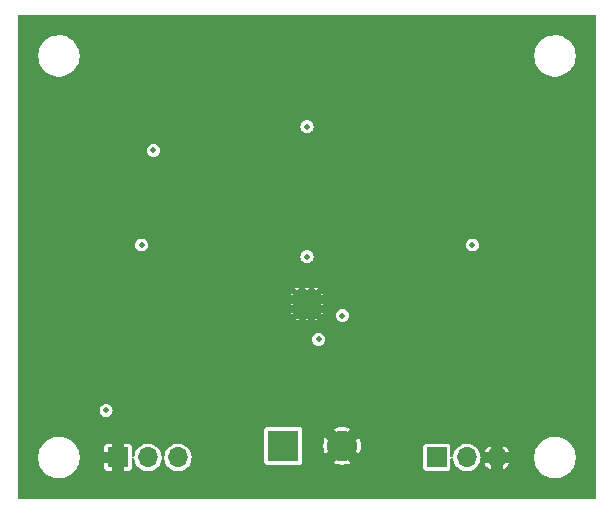
<source format=gbr>
%TF.GenerationSoftware,KiCad,Pcbnew,8.0.2*%
%TF.CreationDate,2025-01-11T01:17:19-03:00*%
%TF.ProjectId,LumiCom_Transmitter,4c756d69-436f-46d5-9f54-72616e736d69,rev?*%
%TF.SameCoordinates,Original*%
%TF.FileFunction,Copper,L2,Inr*%
%TF.FilePolarity,Positive*%
%FSLAX46Y46*%
G04 Gerber Fmt 4.6, Leading zero omitted, Abs format (unit mm)*
G04 Created by KiCad (PCBNEW 8.0.2) date 2025-01-11 01:17:19*
%MOMM*%
%LPD*%
G01*
G04 APERTURE LIST*
%TA.AperFunction,ComponentPad*%
%ADD10R,1.700000X1.700000*%
%TD*%
%TA.AperFunction,ComponentPad*%
%ADD11O,1.700000X1.700000*%
%TD*%
%TA.AperFunction,HeatsinkPad*%
%ADD12C,0.500000*%
%TD*%
%TA.AperFunction,ComponentPad*%
%ADD13R,2.600000X2.600000*%
%TD*%
%TA.AperFunction,ComponentPad*%
%ADD14C,2.600000*%
%TD*%
%TA.AperFunction,ViaPad*%
%ADD15C,0.500000*%
%TD*%
%TA.AperFunction,ViaPad*%
%ADD16C,0.800000*%
%TD*%
G04 APERTURE END LIST*
D10*
%TO.N,VCC*%
%TO.C,JP_A1*%
X136000000Y-88000000D03*
D11*
%TO.N,Net-(JP_A1-C)*%
X138540000Y-88000000D03*
%TO.N,GND*%
X141080000Y-88000000D03*
%TD*%
D12*
%TO.N,GND*%
%TO.C,U1*%
X124200000Y-74200000D03*
X124200000Y-75000000D03*
X124200000Y-75800000D03*
X125000000Y-74200000D03*
X125000000Y-75000000D03*
X125000000Y-75800000D03*
X125800000Y-74200000D03*
X125800000Y-75000000D03*
X125800000Y-75800000D03*
%TD*%
D10*
%TO.N,GND*%
%TO.C,JP_A0*%
X109000000Y-88000000D03*
D11*
%TO.N,Net-(JP_A0-C)*%
X111540000Y-88000000D03*
%TO.N,VCC*%
X114080000Y-88000000D03*
%TD*%
D13*
%TO.N,Net-(J1-Pin_1)*%
%TO.C,J1*%
X123000000Y-87000000D03*
D14*
%TO.N,GND*%
X128000000Y-87000000D03*
%TD*%
D15*
%TO.N,GND*%
X129000000Y-77000000D03*
X129000000Y-79000000D03*
X123000000Y-78000000D03*
X127000000Y-78000000D03*
X126000000Y-79000000D03*
X122000000Y-82000000D03*
X128000000Y-78000000D03*
X121000000Y-79000000D03*
X121000000Y-77000000D03*
X119000000Y-81000000D03*
X119000000Y-78000000D03*
D16*
X106000000Y-78000000D03*
D15*
X121000000Y-82000000D03*
X120000000Y-78000000D03*
X120000000Y-81000000D03*
X124000000Y-81000000D03*
X120000000Y-82000000D03*
X120000000Y-80000000D03*
X111000000Y-80000000D03*
X115000000Y-84000000D03*
X123000000Y-79000000D03*
X123000000Y-77000000D03*
X125000000Y-78000000D03*
X120000000Y-77000000D03*
X119000000Y-79000000D03*
X128000000Y-79000000D03*
X124000000Y-79000000D03*
X128000000Y-81000000D03*
X122000000Y-77000000D03*
X123000000Y-81000000D03*
X131000000Y-78000000D03*
X126000000Y-80000000D03*
X119000000Y-80000000D03*
X130000000Y-80000000D03*
X131000000Y-79000000D03*
X122000000Y-78000000D03*
X124000000Y-80000000D03*
X135000000Y-84000000D03*
X131000000Y-82000000D03*
X129000000Y-78000000D03*
X114000000Y-67000000D03*
X123000000Y-80000000D03*
X130000000Y-79000000D03*
D16*
X132000000Y-56000000D03*
X118000000Y-56000000D03*
D15*
X119000000Y-82000000D03*
X122000000Y-80000000D03*
X136000000Y-67000000D03*
X127000000Y-79000000D03*
X125000000Y-65000000D03*
X129000000Y-82000000D03*
X122000000Y-79000000D03*
D16*
X112000000Y-56000000D03*
D15*
X129000000Y-81000000D03*
X119000000Y-77000000D03*
X128000000Y-77000000D03*
X128000000Y-80000000D03*
X120000000Y-79000000D03*
X126000000Y-81000000D03*
X121000000Y-80000000D03*
X139000000Y-80000000D03*
X121000000Y-78000000D03*
X122000000Y-81000000D03*
X130000000Y-81000000D03*
X127000000Y-81000000D03*
D16*
X144000000Y-78000000D03*
D15*
X128000000Y-82000000D03*
D16*
X144000000Y-72000000D03*
D15*
X131000000Y-80000000D03*
X124000000Y-78000000D03*
D16*
X106000000Y-72000000D03*
D15*
X131000000Y-81000000D03*
X130000000Y-77000000D03*
X129000000Y-80000000D03*
X123000000Y-82000000D03*
D16*
X138000000Y-56000000D03*
D15*
X130000000Y-82000000D03*
X127000000Y-82000000D03*
X103000000Y-62000000D03*
X127000000Y-80000000D03*
X130000000Y-78000000D03*
X131000000Y-77000000D03*
X121000000Y-81000000D03*
%TO.N,VCC*%
X125000000Y-60000000D03*
X112000000Y-62000000D03*
X111000000Y-70000000D03*
X125000000Y-71000000D03*
X108000000Y-84000000D03*
X139000000Y-70000000D03*
%TO.N,Net-(JP_A0-C)*%
X126000000Y-78000000D03*
%TO.N,Net-(JP_A1-C)*%
X128000000Y-76000000D03*
%TD*%
%TA.AperFunction,Conductor*%
%TO.N,GND*%
G36*
X149443039Y-50519685D02*
G01*
X149488794Y-50572489D01*
X149500000Y-50624000D01*
X149500000Y-91376000D01*
X149480315Y-91443039D01*
X149427511Y-91488794D01*
X149376000Y-91500000D01*
X100624000Y-91500000D01*
X100556961Y-91480315D01*
X100511206Y-91427511D01*
X100500000Y-91376000D01*
X100500000Y-87885258D01*
X102249500Y-87885258D01*
X102249500Y-88114741D01*
X102259803Y-88192993D01*
X102279452Y-88342238D01*
X102335712Y-88552205D01*
X102338842Y-88563887D01*
X102426650Y-88775876D01*
X102426657Y-88775890D01*
X102541392Y-88974617D01*
X102681081Y-89156661D01*
X102681089Y-89156670D01*
X102843330Y-89318911D01*
X102843338Y-89318918D01*
X103025382Y-89458607D01*
X103025385Y-89458608D01*
X103025388Y-89458611D01*
X103224112Y-89573344D01*
X103224117Y-89573346D01*
X103224123Y-89573349D01*
X103315480Y-89611190D01*
X103436113Y-89661158D01*
X103657762Y-89720548D01*
X103885266Y-89750500D01*
X103885273Y-89750500D01*
X104114727Y-89750500D01*
X104114734Y-89750500D01*
X104342238Y-89720548D01*
X104563887Y-89661158D01*
X104775888Y-89573344D01*
X104974612Y-89458611D01*
X105156661Y-89318919D01*
X105156665Y-89318914D01*
X105156670Y-89318911D01*
X105318911Y-89156670D01*
X105318914Y-89156665D01*
X105318919Y-89156661D01*
X105458611Y-88974612D01*
X105504699Y-88894785D01*
X107850001Y-88894785D01*
X107850002Y-88894808D01*
X107852908Y-88919869D01*
X107852909Y-88919873D01*
X107898211Y-89022474D01*
X107898214Y-89022479D01*
X107977520Y-89101785D01*
X107977525Y-89101788D01*
X108080123Y-89147089D01*
X108105206Y-89149999D01*
X108499999Y-89149999D01*
X108500000Y-89149998D01*
X108500000Y-88500000D01*
X107850001Y-88500000D01*
X107850001Y-88894785D01*
X105504699Y-88894785D01*
X105573344Y-88775888D01*
X105661158Y-88563887D01*
X105720548Y-88342238D01*
X105750500Y-88114734D01*
X105750500Y-87934174D01*
X108500000Y-87934174D01*
X108500000Y-88065826D01*
X108534075Y-88192993D01*
X108599901Y-88307007D01*
X108692993Y-88400099D01*
X108807007Y-88465925D01*
X108934174Y-88500000D01*
X109065826Y-88500000D01*
X109192993Y-88465925D01*
X109307007Y-88400099D01*
X109400099Y-88307007D01*
X109465925Y-88192993D01*
X109500000Y-88065826D01*
X109500000Y-89149999D01*
X109894786Y-89149999D01*
X109894808Y-89149997D01*
X109919869Y-89147091D01*
X109919873Y-89147090D01*
X110022474Y-89101788D01*
X110022479Y-89101785D01*
X110101785Y-89022479D01*
X110101788Y-89022474D01*
X110147089Y-88919877D01*
X110147089Y-88919875D01*
X110149999Y-88894794D01*
X110149999Y-88150653D01*
X110169683Y-88083614D01*
X110222487Y-88037859D01*
X110291646Y-88027915D01*
X110355202Y-88056940D01*
X110392976Y-88115718D01*
X110397470Y-88139211D01*
X110402454Y-88192993D01*
X110404244Y-88212310D01*
X110457675Y-88400099D01*
X110462596Y-88417392D01*
X110462596Y-88417394D01*
X110557632Y-88608253D01*
X110684227Y-88775890D01*
X110686128Y-88778407D01*
X110843698Y-88922052D01*
X111024981Y-89034298D01*
X111223802Y-89111321D01*
X111433390Y-89150500D01*
X111433392Y-89150500D01*
X111646608Y-89150500D01*
X111646610Y-89150500D01*
X111856198Y-89111321D01*
X112055019Y-89034298D01*
X112236302Y-88922052D01*
X112393872Y-88778407D01*
X112522366Y-88608255D01*
X112524013Y-88604947D01*
X112617403Y-88417394D01*
X112617403Y-88417393D01*
X112617405Y-88417389D01*
X112675756Y-88212310D01*
X112686529Y-88096047D01*
X112712315Y-88031111D01*
X112754622Y-88000804D01*
X112863130Y-88000804D01*
X112899503Y-88021668D01*
X112931693Y-88083681D01*
X112933470Y-88096047D01*
X112944244Y-88212310D01*
X112997675Y-88400099D01*
X113002596Y-88417392D01*
X113002596Y-88417394D01*
X113097632Y-88608253D01*
X113224227Y-88775890D01*
X113226128Y-88778407D01*
X113383698Y-88922052D01*
X113564981Y-89034298D01*
X113763802Y-89111321D01*
X113973390Y-89150500D01*
X113973392Y-89150500D01*
X114186608Y-89150500D01*
X114186610Y-89150500D01*
X114396198Y-89111321D01*
X114595019Y-89034298D01*
X114776302Y-88922052D01*
X114933872Y-88778407D01*
X115062366Y-88608255D01*
X115064013Y-88604947D01*
X115157403Y-88417394D01*
X115157403Y-88417393D01*
X115157405Y-88417389D01*
X115215756Y-88212310D01*
X115235429Y-88000000D01*
X115215756Y-87787690D01*
X115157405Y-87582611D01*
X115157403Y-87582606D01*
X115157403Y-87582605D01*
X115062367Y-87391746D01*
X114933872Y-87221593D01*
X114898775Y-87189598D01*
X114776302Y-87077948D01*
X114595019Y-86965702D01*
X114595017Y-86965701D01*
X114495608Y-86927190D01*
X114396198Y-86888679D01*
X114186610Y-86849500D01*
X113973390Y-86849500D01*
X113763802Y-86888679D01*
X113763799Y-86888679D01*
X113763799Y-86888680D01*
X113564982Y-86965701D01*
X113564980Y-86965702D01*
X113383699Y-87077947D01*
X113226127Y-87221593D01*
X113097632Y-87391746D01*
X113002596Y-87582605D01*
X113002596Y-87582607D01*
X112944244Y-87787689D01*
X112933471Y-87903951D01*
X112907685Y-87968888D01*
X112863130Y-88000804D01*
X112754622Y-88000804D01*
X112756869Y-87999194D01*
X112720497Y-87978331D01*
X112688307Y-87916318D01*
X112686529Y-87903951D01*
X112684798Y-87885272D01*
X112675756Y-87787690D01*
X112617405Y-87582611D01*
X112617403Y-87582606D01*
X112617403Y-87582605D01*
X112522367Y-87391746D01*
X112393872Y-87221593D01*
X112358775Y-87189598D01*
X112236302Y-87077948D01*
X112055019Y-86965702D01*
X112055017Y-86965701D01*
X111955608Y-86927190D01*
X111856198Y-86888679D01*
X111646610Y-86849500D01*
X111433390Y-86849500D01*
X111223802Y-86888679D01*
X111223799Y-86888679D01*
X111223799Y-86888680D01*
X111024982Y-86965701D01*
X111024980Y-86965702D01*
X110843699Y-87077947D01*
X110686127Y-87221593D01*
X110557632Y-87391746D01*
X110462596Y-87582605D01*
X110462596Y-87582607D01*
X110404244Y-87787689D01*
X110397470Y-87860790D01*
X110371683Y-87925727D01*
X110314883Y-87966414D01*
X110245102Y-87969934D01*
X110184496Y-87935168D01*
X110152306Y-87873155D01*
X110149999Y-87849348D01*
X110149999Y-87105214D01*
X110149997Y-87105191D01*
X110147091Y-87080130D01*
X110147090Y-87080126D01*
X110101788Y-86977525D01*
X110101785Y-86977520D01*
X110022479Y-86898214D01*
X110022474Y-86898211D01*
X109919876Y-86852910D01*
X109894794Y-86850000D01*
X109500000Y-86850000D01*
X109500000Y-87934174D01*
X109465925Y-87807007D01*
X109400099Y-87692993D01*
X109307007Y-87599901D01*
X109192993Y-87534075D01*
X109065826Y-87500000D01*
X108934174Y-87500000D01*
X108807007Y-87534075D01*
X108692993Y-87599901D01*
X108599901Y-87692993D01*
X108534075Y-87807007D01*
X108500000Y-87934174D01*
X105750500Y-87934174D01*
X105750500Y-87885266D01*
X105720548Y-87657762D01*
X105661158Y-87436113D01*
X105608046Y-87307890D01*
X105573349Y-87224123D01*
X105573346Y-87224117D01*
X105573344Y-87224112D01*
X105504693Y-87105205D01*
X107850000Y-87105205D01*
X107850000Y-87500000D01*
X108500000Y-87500000D01*
X108500000Y-86850000D01*
X108105214Y-86850000D01*
X108105191Y-86850002D01*
X108080130Y-86852908D01*
X108080126Y-86852909D01*
X107977525Y-86898211D01*
X107977520Y-86898214D01*
X107898214Y-86977520D01*
X107898211Y-86977525D01*
X107852910Y-87080122D01*
X107852910Y-87080124D01*
X107850000Y-87105205D01*
X105504693Y-87105205D01*
X105458611Y-87025388D01*
X105458608Y-87025385D01*
X105458607Y-87025382D01*
X105326262Y-86852909D01*
X105318919Y-86843339D01*
X105318918Y-86843338D01*
X105318911Y-86843330D01*
X105156670Y-86681089D01*
X105156661Y-86681081D01*
X104974617Y-86541392D01*
X104775890Y-86426657D01*
X104775876Y-86426650D01*
X104563887Y-86338842D01*
X104342238Y-86279452D01*
X104304215Y-86274446D01*
X104114741Y-86249500D01*
X104114734Y-86249500D01*
X103885266Y-86249500D01*
X103885258Y-86249500D01*
X103668715Y-86278009D01*
X103657762Y-86279452D01*
X103607599Y-86292893D01*
X103436112Y-86338842D01*
X103224123Y-86426650D01*
X103224109Y-86426657D01*
X103025382Y-86541392D01*
X102843338Y-86681081D01*
X102681081Y-86843338D01*
X102541392Y-87025382D01*
X102426657Y-87224109D01*
X102426650Y-87224123D01*
X102347856Y-87414351D01*
X102338842Y-87436113D01*
X102299590Y-87582607D01*
X102279453Y-87657759D01*
X102279451Y-87657770D01*
X102249500Y-87885258D01*
X100500000Y-87885258D01*
X100500000Y-85655131D01*
X121399500Y-85655131D01*
X121399500Y-88344856D01*
X121399502Y-88344882D01*
X121402413Y-88369987D01*
X121402415Y-88369991D01*
X121447793Y-88472764D01*
X121447794Y-88472765D01*
X121527235Y-88552206D01*
X121630009Y-88597585D01*
X121655135Y-88600500D01*
X124344864Y-88600499D01*
X124344879Y-88600497D01*
X124344882Y-88600497D01*
X124369987Y-88597586D01*
X124369988Y-88597585D01*
X124369991Y-88597585D01*
X124472765Y-88552206D01*
X124552206Y-88472765D01*
X124570341Y-88431693D01*
X127275411Y-88431693D01*
X127504044Y-88526396D01*
X127748927Y-88585187D01*
X128000000Y-88604947D01*
X128251072Y-88585187D01*
X128495956Y-88526396D01*
X128724587Y-88431693D01*
X128000000Y-87707107D01*
X127275411Y-88431693D01*
X124570341Y-88431693D01*
X124597585Y-88369991D01*
X124600500Y-88344865D01*
X124600499Y-87000000D01*
X126395052Y-87000000D01*
X126414812Y-87251072D01*
X126473604Y-87495957D01*
X126473604Y-87495959D01*
X126568304Y-87724586D01*
X127292893Y-87000000D01*
X127228874Y-86935981D01*
X127350000Y-86935981D01*
X127350000Y-87064019D01*
X127374979Y-87189598D01*
X127423978Y-87307890D01*
X127495112Y-87414351D01*
X127585649Y-87504888D01*
X127692110Y-87576022D01*
X127810402Y-87625021D01*
X127935981Y-87650000D01*
X128064019Y-87650000D01*
X128189598Y-87625021D01*
X128307890Y-87576022D01*
X128414351Y-87504888D01*
X128504888Y-87414351D01*
X128576022Y-87307890D01*
X128625021Y-87189598D01*
X128650000Y-87064019D01*
X128650000Y-86999999D01*
X128707107Y-86999999D01*
X128707107Y-87000001D01*
X129431693Y-87724587D01*
X129526396Y-87495956D01*
X129585187Y-87251072D01*
X129596673Y-87105131D01*
X134849500Y-87105131D01*
X134849500Y-88894856D01*
X134849502Y-88894882D01*
X134852413Y-88919987D01*
X134852415Y-88919991D01*
X134897793Y-89022764D01*
X134897794Y-89022765D01*
X134977235Y-89102206D01*
X135080009Y-89147585D01*
X135105135Y-89150500D01*
X136894864Y-89150499D01*
X136894879Y-89150497D01*
X136894882Y-89150497D01*
X136919987Y-89147586D01*
X136919988Y-89147585D01*
X136919991Y-89147585D01*
X137022765Y-89102206D01*
X137102206Y-89022765D01*
X137147585Y-88919991D01*
X137150500Y-88894865D01*
X137150499Y-88156046D01*
X137170183Y-88089009D01*
X137222987Y-88043254D01*
X137292146Y-88033310D01*
X137355702Y-88062335D01*
X137393476Y-88121113D01*
X137397970Y-88144606D01*
X137402454Y-88192993D01*
X137404244Y-88212310D01*
X137457675Y-88400099D01*
X137462596Y-88417392D01*
X137462596Y-88417394D01*
X137557632Y-88608253D01*
X137684227Y-88775890D01*
X137686128Y-88778407D01*
X137843698Y-88922052D01*
X138024981Y-89034298D01*
X138223802Y-89111321D01*
X138433390Y-89150500D01*
X138433392Y-89150500D01*
X138646608Y-89150500D01*
X138646610Y-89150500D01*
X138856198Y-89111321D01*
X139055019Y-89034298D01*
X139236302Y-88922052D01*
X139393872Y-88778407D01*
X139522366Y-88608255D01*
X139524013Y-88604947D01*
X139576270Y-88500000D01*
X140044288Y-88500000D01*
X140098059Y-88607989D01*
X140226500Y-88778071D01*
X140384000Y-88921651D01*
X140384002Y-88921653D01*
X140565202Y-89033847D01*
X140565204Y-89033848D01*
X140580000Y-89039579D01*
X140580000Y-89039578D01*
X141580000Y-89039578D01*
X141594795Y-89033848D01*
X141594797Y-89033847D01*
X141775997Y-88921653D01*
X141775999Y-88921651D01*
X141933499Y-88778071D01*
X142061940Y-88607989D01*
X142115712Y-88500000D01*
X141580000Y-88500000D01*
X141580000Y-89039578D01*
X140580000Y-89039578D01*
X140580000Y-88500000D01*
X140044288Y-88500000D01*
X139576270Y-88500000D01*
X139617403Y-88417394D01*
X139617403Y-88417393D01*
X139617405Y-88417389D01*
X139675756Y-88212310D01*
X139695429Y-88000000D01*
X139689329Y-87934174D01*
X140580000Y-87934174D01*
X140580000Y-88065826D01*
X140614075Y-88192993D01*
X140679901Y-88307007D01*
X140772993Y-88400099D01*
X140887007Y-88465925D01*
X141014174Y-88500000D01*
X141145826Y-88500000D01*
X141272993Y-88465925D01*
X141387007Y-88400099D01*
X141480099Y-88307007D01*
X141545925Y-88192993D01*
X141580000Y-88065826D01*
X141580000Y-87934174D01*
X141566893Y-87885258D01*
X144249500Y-87885258D01*
X144249500Y-88114741D01*
X144259803Y-88192993D01*
X144279452Y-88342238D01*
X144335712Y-88552205D01*
X144338842Y-88563887D01*
X144426650Y-88775876D01*
X144426657Y-88775890D01*
X144541392Y-88974617D01*
X144681081Y-89156661D01*
X144681089Y-89156670D01*
X144843330Y-89318911D01*
X144843338Y-89318918D01*
X145025382Y-89458607D01*
X145025385Y-89458608D01*
X145025388Y-89458611D01*
X145224112Y-89573344D01*
X145224117Y-89573346D01*
X145224123Y-89573349D01*
X145315480Y-89611190D01*
X145436113Y-89661158D01*
X145657762Y-89720548D01*
X145885266Y-89750500D01*
X145885273Y-89750500D01*
X146114727Y-89750500D01*
X146114734Y-89750500D01*
X146342238Y-89720548D01*
X146563887Y-89661158D01*
X146775888Y-89573344D01*
X146974612Y-89458611D01*
X147156661Y-89318919D01*
X147156665Y-89318914D01*
X147156670Y-89318911D01*
X147318911Y-89156670D01*
X147318914Y-89156665D01*
X147318919Y-89156661D01*
X147458611Y-88974612D01*
X147573344Y-88775888D01*
X147661158Y-88563887D01*
X147720548Y-88342238D01*
X147750500Y-88114734D01*
X147750500Y-87885266D01*
X147720548Y-87657762D01*
X147661158Y-87436113D01*
X147608046Y-87307890D01*
X147573349Y-87224123D01*
X147573346Y-87224117D01*
X147573344Y-87224112D01*
X147458611Y-87025388D01*
X147458608Y-87025385D01*
X147458607Y-87025382D01*
X147326262Y-86852909D01*
X147318919Y-86843339D01*
X147318918Y-86843338D01*
X147318911Y-86843330D01*
X147156670Y-86681089D01*
X147156661Y-86681081D01*
X146974617Y-86541392D01*
X146775890Y-86426657D01*
X146775876Y-86426650D01*
X146563887Y-86338842D01*
X146342238Y-86279452D01*
X146304215Y-86274446D01*
X146114741Y-86249500D01*
X146114734Y-86249500D01*
X145885266Y-86249500D01*
X145885258Y-86249500D01*
X145668715Y-86278009D01*
X145657762Y-86279452D01*
X145607599Y-86292893D01*
X145436112Y-86338842D01*
X145224123Y-86426650D01*
X145224109Y-86426657D01*
X145025382Y-86541392D01*
X144843338Y-86681081D01*
X144681081Y-86843338D01*
X144541392Y-87025382D01*
X144426657Y-87224109D01*
X144426650Y-87224123D01*
X144347856Y-87414351D01*
X144338842Y-87436113D01*
X144299590Y-87582607D01*
X144279453Y-87657759D01*
X144279451Y-87657770D01*
X144249500Y-87885258D01*
X141566893Y-87885258D01*
X141545925Y-87807007D01*
X141480099Y-87692993D01*
X141387007Y-87599901D01*
X141272993Y-87534075D01*
X141145826Y-87500000D01*
X141580000Y-87500000D01*
X142115712Y-87500000D01*
X142115712Y-87499999D01*
X142061940Y-87392010D01*
X141933499Y-87221928D01*
X141775999Y-87078348D01*
X141775997Y-87078346D01*
X141594801Y-86966155D01*
X141594793Y-86966151D01*
X141580000Y-86960419D01*
X141580000Y-87500000D01*
X141145826Y-87500000D01*
X141014174Y-87500000D01*
X140887007Y-87534075D01*
X140772993Y-87599901D01*
X140679901Y-87692993D01*
X140614075Y-87807007D01*
X140580000Y-87934174D01*
X139689329Y-87934174D01*
X139675756Y-87787690D01*
X139617405Y-87582611D01*
X139617403Y-87582606D01*
X139617403Y-87582605D01*
X139576270Y-87499999D01*
X140044287Y-87499999D01*
X140044288Y-87500000D01*
X140580000Y-87500000D01*
X140580000Y-86960420D01*
X140579999Y-86960419D01*
X140565206Y-86966151D01*
X140565198Y-86966155D01*
X140384002Y-87078346D01*
X140384000Y-87078348D01*
X140226500Y-87221928D01*
X140098059Y-87392010D01*
X140044287Y-87499999D01*
X139576270Y-87499999D01*
X139522367Y-87391746D01*
X139393872Y-87221593D01*
X139358775Y-87189598D01*
X139236302Y-87077948D01*
X139055019Y-86965702D01*
X139055017Y-86965701D01*
X138955608Y-86927190D01*
X138856198Y-86888679D01*
X138646610Y-86849500D01*
X138433390Y-86849500D01*
X138223802Y-86888679D01*
X138223799Y-86888679D01*
X138223799Y-86888680D01*
X138024982Y-86965701D01*
X138024980Y-86965702D01*
X137843699Y-87077947D01*
X137686127Y-87221593D01*
X137557632Y-87391746D01*
X137462596Y-87582605D01*
X137462596Y-87582607D01*
X137404244Y-87787689D01*
X137397970Y-87855394D01*
X137372183Y-87920331D01*
X137315383Y-87961018D01*
X137245602Y-87964538D01*
X137184995Y-87929772D01*
X137152806Y-87867759D01*
X137150499Y-87843952D01*
X137150499Y-87105143D01*
X137150499Y-87105136D01*
X137150497Y-87105117D01*
X137147586Y-87080012D01*
X137147585Y-87080010D01*
X137147585Y-87080009D01*
X137102206Y-86977235D01*
X137022765Y-86897794D01*
X137002124Y-86888680D01*
X136919992Y-86852415D01*
X136894865Y-86849500D01*
X135105143Y-86849500D01*
X135105117Y-86849502D01*
X135080012Y-86852413D01*
X135080008Y-86852415D01*
X134977235Y-86897793D01*
X134897794Y-86977234D01*
X134852415Y-87080006D01*
X134852415Y-87080008D01*
X134849500Y-87105131D01*
X129596673Y-87105131D01*
X129604947Y-87000000D01*
X129585187Y-86748927D01*
X129526396Y-86504044D01*
X129431693Y-86275411D01*
X128707107Y-86999999D01*
X128650000Y-86999999D01*
X128650000Y-86935981D01*
X128625021Y-86810402D01*
X128576022Y-86692110D01*
X128504888Y-86585649D01*
X128414351Y-86495112D01*
X128307890Y-86423978D01*
X128189598Y-86374979D01*
X128064019Y-86350000D01*
X127935981Y-86350000D01*
X127810402Y-86374979D01*
X127692110Y-86423978D01*
X127585649Y-86495112D01*
X127495112Y-86585649D01*
X127423978Y-86692110D01*
X127374979Y-86810402D01*
X127350000Y-86935981D01*
X127228874Y-86935981D01*
X126568304Y-86275411D01*
X126473604Y-86504040D01*
X126473604Y-86504042D01*
X126414812Y-86748927D01*
X126395052Y-87000000D01*
X124600499Y-87000000D01*
X124600499Y-85655136D01*
X124600497Y-85655117D01*
X124597586Y-85630012D01*
X124597585Y-85630010D01*
X124597585Y-85630009D01*
X124570340Y-85568304D01*
X127275411Y-85568304D01*
X128000000Y-86292893D01*
X128000001Y-86292893D01*
X128724587Y-85568304D01*
X128495958Y-85473604D01*
X128251072Y-85414812D01*
X128000000Y-85395052D01*
X127748927Y-85414812D01*
X127504042Y-85473604D01*
X127504040Y-85473604D01*
X127275411Y-85568304D01*
X124570340Y-85568304D01*
X124552206Y-85527235D01*
X124472765Y-85447794D01*
X124398068Y-85414812D01*
X124369992Y-85402415D01*
X124344865Y-85399500D01*
X121655143Y-85399500D01*
X121655117Y-85399502D01*
X121630012Y-85402413D01*
X121630008Y-85402415D01*
X121527235Y-85447793D01*
X121447794Y-85527234D01*
X121402415Y-85630006D01*
X121402415Y-85630008D01*
X121399500Y-85655131D01*
X100500000Y-85655131D01*
X100500000Y-83999999D01*
X107444750Y-83999999D01*
X107444750Y-84000000D01*
X107463670Y-84143708D01*
X107463671Y-84143712D01*
X107519137Y-84277622D01*
X107519138Y-84277624D01*
X107519139Y-84277625D01*
X107607379Y-84392621D01*
X107722375Y-84480861D01*
X107856291Y-84536330D01*
X107983280Y-84553048D01*
X107999999Y-84555250D01*
X108000000Y-84555250D01*
X108000001Y-84555250D01*
X108014977Y-84553278D01*
X108143709Y-84536330D01*
X108277625Y-84480861D01*
X108392621Y-84392621D01*
X108480861Y-84277625D01*
X108536330Y-84143709D01*
X108555250Y-84000000D01*
X108536330Y-83856291D01*
X108480861Y-83722375D01*
X108392621Y-83607379D01*
X108277625Y-83519139D01*
X108277624Y-83519138D01*
X108277622Y-83519137D01*
X108143712Y-83463671D01*
X108143710Y-83463670D01*
X108143709Y-83463670D01*
X108071854Y-83454210D01*
X108000001Y-83444750D01*
X107999999Y-83444750D01*
X107856291Y-83463670D01*
X107856287Y-83463671D01*
X107722377Y-83519137D01*
X107607379Y-83607379D01*
X107519137Y-83722377D01*
X107463671Y-83856287D01*
X107463670Y-83856291D01*
X107444750Y-83999999D01*
X100500000Y-83999999D01*
X100500000Y-77999999D01*
X125444750Y-77999999D01*
X125444750Y-78000000D01*
X125463670Y-78143708D01*
X125463671Y-78143712D01*
X125519137Y-78277622D01*
X125519138Y-78277624D01*
X125519139Y-78277625D01*
X125607379Y-78392621D01*
X125722375Y-78480861D01*
X125856291Y-78536330D01*
X125983280Y-78553048D01*
X125999999Y-78555250D01*
X126000000Y-78555250D01*
X126000001Y-78555250D01*
X126014977Y-78553278D01*
X126143709Y-78536330D01*
X126277625Y-78480861D01*
X126392621Y-78392621D01*
X126480861Y-78277625D01*
X126536330Y-78143709D01*
X126555250Y-78000000D01*
X126536330Y-77856291D01*
X126480861Y-77722375D01*
X126392621Y-77607379D01*
X126277625Y-77519139D01*
X126277624Y-77519138D01*
X126277622Y-77519137D01*
X126143712Y-77463671D01*
X126143710Y-77463670D01*
X126143709Y-77463670D01*
X126071854Y-77454210D01*
X126000001Y-77444750D01*
X125999999Y-77444750D01*
X125856291Y-77463670D01*
X125856287Y-77463671D01*
X125722377Y-77519137D01*
X125607379Y-77607379D01*
X125519137Y-77722377D01*
X125463671Y-77856287D01*
X125463670Y-77856291D01*
X125444750Y-77999999D01*
X100500000Y-77999999D01*
X100500000Y-76324503D01*
X124029048Y-76324503D01*
X124029048Y-76324504D01*
X124056420Y-76335842D01*
X124199999Y-76354746D01*
X124200001Y-76354746D01*
X124343574Y-76335843D01*
X124343578Y-76335842D01*
X124370951Y-76324503D01*
X124829048Y-76324503D01*
X124829048Y-76324504D01*
X124856420Y-76335842D01*
X124999999Y-76354746D01*
X125000001Y-76354746D01*
X125143574Y-76335843D01*
X125143578Y-76335842D01*
X125170951Y-76324503D01*
X125629048Y-76324503D01*
X125629048Y-76324504D01*
X125656420Y-76335842D01*
X125799999Y-76354746D01*
X125800001Y-76354746D01*
X125943574Y-76335843D01*
X125943578Y-76335842D01*
X125970951Y-76324503D01*
X125800001Y-76153553D01*
X125629048Y-76324503D01*
X125170951Y-76324503D01*
X125000001Y-76153553D01*
X124829048Y-76324503D01*
X124370951Y-76324503D01*
X124200001Y-76153553D01*
X124029048Y-76324503D01*
X100500000Y-76324503D01*
X100500000Y-75999999D01*
X127444750Y-75999999D01*
X127444750Y-76000000D01*
X127463670Y-76143708D01*
X127463671Y-76143712D01*
X127519137Y-76277622D01*
X127519138Y-76277624D01*
X127519139Y-76277625D01*
X127607379Y-76392621D01*
X127722375Y-76480861D01*
X127856291Y-76536330D01*
X127983280Y-76553048D01*
X127999999Y-76555250D01*
X128000000Y-76555250D01*
X128000001Y-76555250D01*
X128014977Y-76553278D01*
X128143709Y-76536330D01*
X128277625Y-76480861D01*
X128392621Y-76392621D01*
X128480861Y-76277625D01*
X128536330Y-76143709D01*
X128555250Y-76000000D01*
X128536330Y-75856291D01*
X128480861Y-75722375D01*
X128392621Y-75607379D01*
X128277625Y-75519139D01*
X128277624Y-75519138D01*
X128277622Y-75519137D01*
X128143712Y-75463671D01*
X128143710Y-75463670D01*
X128143709Y-75463670D01*
X128071854Y-75454210D01*
X128000001Y-75444750D01*
X127999999Y-75444750D01*
X127856291Y-75463670D01*
X127856287Y-75463671D01*
X127722377Y-75519137D01*
X127607379Y-75607379D01*
X127519137Y-75722377D01*
X127463671Y-75856287D01*
X127463670Y-75856291D01*
X127444750Y-75999999D01*
X100500000Y-75999999D01*
X100500000Y-75799999D01*
X123645254Y-75799999D01*
X123645254Y-75800000D01*
X123664157Y-75943579D01*
X123664157Y-75943580D01*
X123675494Y-75970950D01*
X123846446Y-75799999D01*
X123816610Y-75770163D01*
X124050000Y-75770163D01*
X124050000Y-75829837D01*
X124072836Y-75884968D01*
X124115032Y-75927164D01*
X124170163Y-75950000D01*
X124229837Y-75950000D01*
X124284968Y-75927164D01*
X124327164Y-75884968D01*
X124350000Y-75829837D01*
X124350000Y-75800000D01*
X124553553Y-75800000D01*
X124600000Y-75846447D01*
X124646447Y-75800000D01*
X124616610Y-75770163D01*
X124850000Y-75770163D01*
X124850000Y-75829837D01*
X124872836Y-75884968D01*
X124915032Y-75927164D01*
X124970163Y-75950000D01*
X125029837Y-75950000D01*
X125084968Y-75927164D01*
X125127164Y-75884968D01*
X125150000Y-75829837D01*
X125150000Y-75800000D01*
X125353553Y-75800000D01*
X125400000Y-75846447D01*
X125446447Y-75800000D01*
X125416610Y-75770163D01*
X125650000Y-75770163D01*
X125650000Y-75829837D01*
X125672836Y-75884968D01*
X125715032Y-75927164D01*
X125770163Y-75950000D01*
X125829837Y-75950000D01*
X125884968Y-75927164D01*
X125927164Y-75884968D01*
X125950000Y-75829837D01*
X125950000Y-75800000D01*
X126153553Y-75800000D01*
X126153553Y-75800001D01*
X126324503Y-75970951D01*
X126335842Y-75943578D01*
X126335843Y-75943574D01*
X126354746Y-75800000D01*
X126354746Y-75799999D01*
X126335842Y-75656420D01*
X126324504Y-75629048D01*
X126324503Y-75629048D01*
X126153553Y-75800000D01*
X125950000Y-75800000D01*
X125950000Y-75770163D01*
X125927164Y-75715032D01*
X125884968Y-75672836D01*
X125829837Y-75650000D01*
X125770163Y-75650000D01*
X125715032Y-75672836D01*
X125672836Y-75715032D01*
X125650000Y-75770163D01*
X125416610Y-75770163D01*
X125400000Y-75753553D01*
X125353553Y-75800000D01*
X125150000Y-75800000D01*
X125150000Y-75770163D01*
X125127164Y-75715032D01*
X125084968Y-75672836D01*
X125029837Y-75650000D01*
X124970163Y-75650000D01*
X124915032Y-75672836D01*
X124872836Y-75715032D01*
X124850000Y-75770163D01*
X124616610Y-75770163D01*
X124600000Y-75753553D01*
X124553553Y-75800000D01*
X124350000Y-75800000D01*
X124350000Y-75770163D01*
X124327164Y-75715032D01*
X124284968Y-75672836D01*
X124229837Y-75650000D01*
X124170163Y-75650000D01*
X124115032Y-75672836D01*
X124072836Y-75715032D01*
X124050000Y-75770163D01*
X123816610Y-75770163D01*
X123675495Y-75629048D01*
X123664156Y-75656422D01*
X123645254Y-75799999D01*
X100500000Y-75799999D01*
X100500000Y-75400000D01*
X124153553Y-75400000D01*
X124200000Y-75446447D01*
X124246447Y-75400000D01*
X124953553Y-75400000D01*
X125000000Y-75446447D01*
X125046447Y-75400000D01*
X125753553Y-75400000D01*
X125800000Y-75446447D01*
X125846447Y-75400000D01*
X125800000Y-75353553D01*
X125753553Y-75400000D01*
X125046447Y-75400000D01*
X125000000Y-75353553D01*
X124953553Y-75400000D01*
X124246447Y-75400000D01*
X124200000Y-75353553D01*
X124153553Y-75400000D01*
X100500000Y-75400000D01*
X100500000Y-74999999D01*
X123645254Y-74999999D01*
X123645254Y-75000000D01*
X123664157Y-75143579D01*
X123664157Y-75143580D01*
X123675494Y-75170950D01*
X123846446Y-74999999D01*
X123816610Y-74970163D01*
X124050000Y-74970163D01*
X124050000Y-75029837D01*
X124072836Y-75084968D01*
X124115032Y-75127164D01*
X124170163Y-75150000D01*
X124229837Y-75150000D01*
X124284968Y-75127164D01*
X124327164Y-75084968D01*
X124350000Y-75029837D01*
X124350000Y-75000000D01*
X124553553Y-75000000D01*
X124600000Y-75046447D01*
X124646447Y-75000000D01*
X124616610Y-74970163D01*
X124850000Y-74970163D01*
X124850000Y-75029837D01*
X124872836Y-75084968D01*
X124915032Y-75127164D01*
X124970163Y-75150000D01*
X125029837Y-75150000D01*
X125084968Y-75127164D01*
X125127164Y-75084968D01*
X125150000Y-75029837D01*
X125150000Y-75000000D01*
X125353553Y-75000000D01*
X125400000Y-75046447D01*
X125446447Y-75000000D01*
X125416610Y-74970163D01*
X125650000Y-74970163D01*
X125650000Y-75029837D01*
X125672836Y-75084968D01*
X125715032Y-75127164D01*
X125770163Y-75150000D01*
X125829837Y-75150000D01*
X125884968Y-75127164D01*
X125927164Y-75084968D01*
X125950000Y-75029837D01*
X125950000Y-75000000D01*
X126153553Y-75000000D01*
X126153553Y-75000001D01*
X126324503Y-75170951D01*
X126335842Y-75143578D01*
X126335843Y-75143574D01*
X126354746Y-75000000D01*
X126354746Y-74999999D01*
X126335842Y-74856420D01*
X126324504Y-74829048D01*
X126324503Y-74829048D01*
X126153553Y-75000000D01*
X125950000Y-75000000D01*
X125950000Y-74970163D01*
X125927164Y-74915032D01*
X125884968Y-74872836D01*
X125829837Y-74850000D01*
X125770163Y-74850000D01*
X125715032Y-74872836D01*
X125672836Y-74915032D01*
X125650000Y-74970163D01*
X125416610Y-74970163D01*
X125400000Y-74953553D01*
X125353553Y-75000000D01*
X125150000Y-75000000D01*
X125150000Y-74970163D01*
X125127164Y-74915032D01*
X125084968Y-74872836D01*
X125029837Y-74850000D01*
X124970163Y-74850000D01*
X124915032Y-74872836D01*
X124872836Y-74915032D01*
X124850000Y-74970163D01*
X124616610Y-74970163D01*
X124600000Y-74953553D01*
X124553553Y-75000000D01*
X124350000Y-75000000D01*
X124350000Y-74970163D01*
X124327164Y-74915032D01*
X124284968Y-74872836D01*
X124229837Y-74850000D01*
X124170163Y-74850000D01*
X124115032Y-74872836D01*
X124072836Y-74915032D01*
X124050000Y-74970163D01*
X123816610Y-74970163D01*
X123675495Y-74829048D01*
X123664156Y-74856422D01*
X123645254Y-74999999D01*
X100500000Y-74999999D01*
X100500000Y-74600000D01*
X124153553Y-74600000D01*
X124200000Y-74646447D01*
X124246447Y-74600000D01*
X124953553Y-74600000D01*
X125000000Y-74646447D01*
X125046447Y-74600000D01*
X125753553Y-74600000D01*
X125800000Y-74646447D01*
X125846447Y-74600000D01*
X125800000Y-74553553D01*
X125753553Y-74600000D01*
X125046447Y-74600000D01*
X125000000Y-74553553D01*
X124953553Y-74600000D01*
X124246447Y-74600000D01*
X124200000Y-74553553D01*
X124153553Y-74600000D01*
X100500000Y-74600000D01*
X100500000Y-74199999D01*
X123645254Y-74199999D01*
X123645254Y-74200000D01*
X123664157Y-74343579D01*
X123664157Y-74343580D01*
X123675494Y-74370950D01*
X123846446Y-74199999D01*
X123816610Y-74170163D01*
X124050000Y-74170163D01*
X124050000Y-74229837D01*
X124072836Y-74284968D01*
X124115032Y-74327164D01*
X124170163Y-74350000D01*
X124229837Y-74350000D01*
X124284968Y-74327164D01*
X124327164Y-74284968D01*
X124350000Y-74229837D01*
X124350000Y-74200000D01*
X124553553Y-74200000D01*
X124600000Y-74246447D01*
X124646447Y-74200000D01*
X124616610Y-74170163D01*
X124850000Y-74170163D01*
X124850000Y-74229837D01*
X124872836Y-74284968D01*
X124915032Y-74327164D01*
X124970163Y-74350000D01*
X125029837Y-74350000D01*
X125084968Y-74327164D01*
X125127164Y-74284968D01*
X125150000Y-74229837D01*
X125150000Y-74200000D01*
X125353553Y-74200000D01*
X125400000Y-74246447D01*
X125446447Y-74200000D01*
X125416610Y-74170163D01*
X125650000Y-74170163D01*
X125650000Y-74229837D01*
X125672836Y-74284968D01*
X125715032Y-74327164D01*
X125770163Y-74350000D01*
X125829837Y-74350000D01*
X125884968Y-74327164D01*
X125927164Y-74284968D01*
X125950000Y-74229837D01*
X125950000Y-74200000D01*
X126153553Y-74200000D01*
X126153553Y-74200001D01*
X126324503Y-74370951D01*
X126335842Y-74343578D01*
X126335843Y-74343574D01*
X126354746Y-74200000D01*
X126354746Y-74199999D01*
X126335842Y-74056420D01*
X126324504Y-74029048D01*
X126324503Y-74029048D01*
X126153553Y-74200000D01*
X125950000Y-74200000D01*
X125950000Y-74170163D01*
X125927164Y-74115032D01*
X125884968Y-74072836D01*
X125829837Y-74050000D01*
X125770163Y-74050000D01*
X125715032Y-74072836D01*
X125672836Y-74115032D01*
X125650000Y-74170163D01*
X125416610Y-74170163D01*
X125400000Y-74153553D01*
X125353553Y-74200000D01*
X125150000Y-74200000D01*
X125150000Y-74170163D01*
X125127164Y-74115032D01*
X125084968Y-74072836D01*
X125029837Y-74050000D01*
X124970163Y-74050000D01*
X124915032Y-74072836D01*
X124872836Y-74115032D01*
X124850000Y-74170163D01*
X124616610Y-74170163D01*
X124600000Y-74153553D01*
X124553553Y-74200000D01*
X124350000Y-74200000D01*
X124350000Y-74170163D01*
X124327164Y-74115032D01*
X124284968Y-74072836D01*
X124229837Y-74050000D01*
X124170163Y-74050000D01*
X124115032Y-74072836D01*
X124072836Y-74115032D01*
X124050000Y-74170163D01*
X123816610Y-74170163D01*
X123675495Y-74029048D01*
X123664156Y-74056422D01*
X123645254Y-74199999D01*
X100500000Y-74199999D01*
X100500000Y-73675495D01*
X124029048Y-73675495D01*
X124199999Y-73846446D01*
X124370949Y-73675495D01*
X124829048Y-73675495D01*
X124999999Y-73846446D01*
X125170949Y-73675495D01*
X125629048Y-73675495D01*
X125799999Y-73846446D01*
X125970950Y-73675494D01*
X125943579Y-73664157D01*
X125800001Y-73645254D01*
X125799999Y-73645254D01*
X125656422Y-73664156D01*
X125629048Y-73675495D01*
X125170949Y-73675495D01*
X125170950Y-73675494D01*
X125143579Y-73664157D01*
X125000001Y-73645254D01*
X124999999Y-73645254D01*
X124856422Y-73664156D01*
X124829048Y-73675495D01*
X124370949Y-73675495D01*
X124370950Y-73675494D01*
X124343579Y-73664157D01*
X124200001Y-73645254D01*
X124199999Y-73645254D01*
X124056422Y-73664156D01*
X124029048Y-73675495D01*
X100500000Y-73675495D01*
X100500000Y-70999999D01*
X124444750Y-70999999D01*
X124444750Y-71000000D01*
X124463670Y-71143708D01*
X124463671Y-71143712D01*
X124519137Y-71277622D01*
X124519138Y-71277624D01*
X124519139Y-71277625D01*
X124607379Y-71392621D01*
X124722375Y-71480861D01*
X124856291Y-71536330D01*
X124983280Y-71553048D01*
X124999999Y-71555250D01*
X125000000Y-71555250D01*
X125000001Y-71555250D01*
X125014977Y-71553278D01*
X125143709Y-71536330D01*
X125277625Y-71480861D01*
X125392621Y-71392621D01*
X125480861Y-71277625D01*
X125536330Y-71143709D01*
X125555250Y-71000000D01*
X125536330Y-70856291D01*
X125480861Y-70722375D01*
X125392621Y-70607379D01*
X125277625Y-70519139D01*
X125277624Y-70519138D01*
X125277622Y-70519137D01*
X125143712Y-70463671D01*
X125143710Y-70463670D01*
X125143709Y-70463670D01*
X125071854Y-70454210D01*
X125000001Y-70444750D01*
X124999999Y-70444750D01*
X124856291Y-70463670D01*
X124856287Y-70463671D01*
X124722377Y-70519137D01*
X124607379Y-70607379D01*
X124519137Y-70722377D01*
X124463671Y-70856287D01*
X124463670Y-70856291D01*
X124444750Y-70999999D01*
X100500000Y-70999999D01*
X100500000Y-69999999D01*
X110444750Y-69999999D01*
X110444750Y-70000000D01*
X110463670Y-70143708D01*
X110463671Y-70143712D01*
X110519137Y-70277622D01*
X110519138Y-70277624D01*
X110519139Y-70277625D01*
X110607379Y-70392621D01*
X110722375Y-70480861D01*
X110856291Y-70536330D01*
X110983280Y-70553048D01*
X110999999Y-70555250D01*
X111000000Y-70555250D01*
X111000001Y-70555250D01*
X111014977Y-70553278D01*
X111143709Y-70536330D01*
X111277625Y-70480861D01*
X111392621Y-70392621D01*
X111480861Y-70277625D01*
X111536330Y-70143709D01*
X111555250Y-70000000D01*
X111555250Y-69999999D01*
X138444750Y-69999999D01*
X138444750Y-70000000D01*
X138463670Y-70143708D01*
X138463671Y-70143712D01*
X138519137Y-70277622D01*
X138519138Y-70277624D01*
X138519139Y-70277625D01*
X138607379Y-70392621D01*
X138722375Y-70480861D01*
X138856291Y-70536330D01*
X138983280Y-70553048D01*
X138999999Y-70555250D01*
X139000000Y-70555250D01*
X139000001Y-70555250D01*
X139014977Y-70553278D01*
X139143709Y-70536330D01*
X139277625Y-70480861D01*
X139392621Y-70392621D01*
X139480861Y-70277625D01*
X139536330Y-70143709D01*
X139555250Y-70000000D01*
X139536330Y-69856291D01*
X139480861Y-69722375D01*
X139392621Y-69607379D01*
X139277625Y-69519139D01*
X139277624Y-69519138D01*
X139277622Y-69519137D01*
X139143712Y-69463671D01*
X139143710Y-69463670D01*
X139143709Y-69463670D01*
X139071854Y-69454210D01*
X139000001Y-69444750D01*
X138999999Y-69444750D01*
X138856291Y-69463670D01*
X138856287Y-69463671D01*
X138722377Y-69519137D01*
X138607379Y-69607379D01*
X138519137Y-69722377D01*
X138463671Y-69856287D01*
X138463670Y-69856291D01*
X138444750Y-69999999D01*
X111555250Y-69999999D01*
X111536330Y-69856291D01*
X111480861Y-69722375D01*
X111392621Y-69607379D01*
X111277625Y-69519139D01*
X111277624Y-69519138D01*
X111277622Y-69519137D01*
X111143712Y-69463671D01*
X111143710Y-69463670D01*
X111143709Y-69463670D01*
X111071854Y-69454210D01*
X111000001Y-69444750D01*
X110999999Y-69444750D01*
X110856291Y-69463670D01*
X110856287Y-69463671D01*
X110722377Y-69519137D01*
X110607379Y-69607379D01*
X110519137Y-69722377D01*
X110463671Y-69856287D01*
X110463670Y-69856291D01*
X110444750Y-69999999D01*
X100500000Y-69999999D01*
X100500000Y-61999999D01*
X111444750Y-61999999D01*
X111444750Y-62000000D01*
X111463670Y-62143708D01*
X111463671Y-62143712D01*
X111519137Y-62277622D01*
X111519138Y-62277624D01*
X111519139Y-62277625D01*
X111607379Y-62392621D01*
X111722375Y-62480861D01*
X111856291Y-62536330D01*
X111983280Y-62553048D01*
X111999999Y-62555250D01*
X112000000Y-62555250D01*
X112000001Y-62555250D01*
X112014977Y-62553278D01*
X112143709Y-62536330D01*
X112277625Y-62480861D01*
X112392621Y-62392621D01*
X112480861Y-62277625D01*
X112536330Y-62143709D01*
X112555250Y-62000000D01*
X112536330Y-61856291D01*
X112480861Y-61722375D01*
X112392621Y-61607379D01*
X112277625Y-61519139D01*
X112277624Y-61519138D01*
X112277622Y-61519137D01*
X112143712Y-61463671D01*
X112143710Y-61463670D01*
X112143709Y-61463670D01*
X112071854Y-61454210D01*
X112000001Y-61444750D01*
X111999999Y-61444750D01*
X111856291Y-61463670D01*
X111856287Y-61463671D01*
X111722377Y-61519137D01*
X111607379Y-61607379D01*
X111519137Y-61722377D01*
X111463671Y-61856287D01*
X111463670Y-61856291D01*
X111444750Y-61999999D01*
X100500000Y-61999999D01*
X100500000Y-59999999D01*
X124444750Y-59999999D01*
X124444750Y-60000000D01*
X124463670Y-60143708D01*
X124463671Y-60143712D01*
X124519137Y-60277622D01*
X124519138Y-60277624D01*
X124519139Y-60277625D01*
X124607379Y-60392621D01*
X124722375Y-60480861D01*
X124856291Y-60536330D01*
X124983280Y-60553048D01*
X124999999Y-60555250D01*
X125000000Y-60555250D01*
X125000001Y-60555250D01*
X125014977Y-60553278D01*
X125143709Y-60536330D01*
X125277625Y-60480861D01*
X125392621Y-60392621D01*
X125480861Y-60277625D01*
X125536330Y-60143709D01*
X125555250Y-60000000D01*
X125536330Y-59856291D01*
X125480861Y-59722375D01*
X125392621Y-59607379D01*
X125277625Y-59519139D01*
X125277624Y-59519138D01*
X125277622Y-59519137D01*
X125143712Y-59463671D01*
X125143710Y-59463670D01*
X125143709Y-59463670D01*
X125071854Y-59454210D01*
X125000001Y-59444750D01*
X124999999Y-59444750D01*
X124856291Y-59463670D01*
X124856287Y-59463671D01*
X124722377Y-59519137D01*
X124607379Y-59607379D01*
X124519137Y-59722377D01*
X124463671Y-59856287D01*
X124463670Y-59856291D01*
X124444750Y-59999999D01*
X100500000Y-59999999D01*
X100500000Y-53885258D01*
X102249500Y-53885258D01*
X102249500Y-54114741D01*
X102274446Y-54304215D01*
X102279452Y-54342238D01*
X102279453Y-54342240D01*
X102338842Y-54563887D01*
X102426650Y-54775876D01*
X102426657Y-54775890D01*
X102541392Y-54974617D01*
X102681081Y-55156661D01*
X102681089Y-55156670D01*
X102843330Y-55318911D01*
X102843338Y-55318918D01*
X103025382Y-55458607D01*
X103025385Y-55458608D01*
X103025388Y-55458611D01*
X103224112Y-55573344D01*
X103224117Y-55573346D01*
X103224123Y-55573349D01*
X103315480Y-55611190D01*
X103436113Y-55661158D01*
X103657762Y-55720548D01*
X103885266Y-55750500D01*
X103885273Y-55750500D01*
X104114727Y-55750500D01*
X104114734Y-55750500D01*
X104342238Y-55720548D01*
X104563887Y-55661158D01*
X104775888Y-55573344D01*
X104974612Y-55458611D01*
X105156661Y-55318919D01*
X105156665Y-55318914D01*
X105156670Y-55318911D01*
X105318911Y-55156670D01*
X105318914Y-55156665D01*
X105318919Y-55156661D01*
X105458611Y-54974612D01*
X105573344Y-54775888D01*
X105661158Y-54563887D01*
X105720548Y-54342238D01*
X105750500Y-54114734D01*
X105750500Y-53885266D01*
X105750499Y-53885258D01*
X144249500Y-53885258D01*
X144249500Y-54114741D01*
X144274446Y-54304215D01*
X144279452Y-54342238D01*
X144279453Y-54342240D01*
X144338842Y-54563887D01*
X144426650Y-54775876D01*
X144426657Y-54775890D01*
X144541392Y-54974617D01*
X144681081Y-55156661D01*
X144681089Y-55156670D01*
X144843330Y-55318911D01*
X144843338Y-55318918D01*
X145025382Y-55458607D01*
X145025385Y-55458608D01*
X145025388Y-55458611D01*
X145224112Y-55573344D01*
X145224117Y-55573346D01*
X145224123Y-55573349D01*
X145315480Y-55611190D01*
X145436113Y-55661158D01*
X145657762Y-55720548D01*
X145885266Y-55750500D01*
X145885273Y-55750500D01*
X146114727Y-55750500D01*
X146114734Y-55750500D01*
X146342238Y-55720548D01*
X146563887Y-55661158D01*
X146775888Y-55573344D01*
X146974612Y-55458611D01*
X147156661Y-55318919D01*
X147156665Y-55318914D01*
X147156670Y-55318911D01*
X147318911Y-55156670D01*
X147318914Y-55156665D01*
X147318919Y-55156661D01*
X147458611Y-54974612D01*
X147573344Y-54775888D01*
X147661158Y-54563887D01*
X147720548Y-54342238D01*
X147750500Y-54114734D01*
X147750500Y-53885266D01*
X147720548Y-53657762D01*
X147661158Y-53436113D01*
X147573344Y-53224112D01*
X147458611Y-53025388D01*
X147458608Y-53025385D01*
X147458607Y-53025382D01*
X147318918Y-52843338D01*
X147318911Y-52843330D01*
X147156670Y-52681089D01*
X147156661Y-52681081D01*
X146974617Y-52541392D01*
X146775890Y-52426657D01*
X146775876Y-52426650D01*
X146563887Y-52338842D01*
X146342238Y-52279452D01*
X146304215Y-52274446D01*
X146114741Y-52249500D01*
X146114734Y-52249500D01*
X145885266Y-52249500D01*
X145885258Y-52249500D01*
X145668715Y-52278009D01*
X145657762Y-52279452D01*
X145564076Y-52304554D01*
X145436112Y-52338842D01*
X145224123Y-52426650D01*
X145224109Y-52426657D01*
X145025382Y-52541392D01*
X144843338Y-52681081D01*
X144681081Y-52843338D01*
X144541392Y-53025382D01*
X144426657Y-53224109D01*
X144426650Y-53224123D01*
X144338842Y-53436112D01*
X144279453Y-53657759D01*
X144279451Y-53657770D01*
X144249500Y-53885258D01*
X105750499Y-53885258D01*
X105720548Y-53657762D01*
X105661158Y-53436113D01*
X105573344Y-53224112D01*
X105458611Y-53025388D01*
X105458608Y-53025385D01*
X105458607Y-53025382D01*
X105318918Y-52843338D01*
X105318911Y-52843330D01*
X105156670Y-52681089D01*
X105156661Y-52681081D01*
X104974617Y-52541392D01*
X104775890Y-52426657D01*
X104775876Y-52426650D01*
X104563887Y-52338842D01*
X104342238Y-52279452D01*
X104304215Y-52274446D01*
X104114741Y-52249500D01*
X104114734Y-52249500D01*
X103885266Y-52249500D01*
X103885258Y-52249500D01*
X103668715Y-52278009D01*
X103657762Y-52279452D01*
X103564076Y-52304554D01*
X103436112Y-52338842D01*
X103224123Y-52426650D01*
X103224109Y-52426657D01*
X103025382Y-52541392D01*
X102843338Y-52681081D01*
X102681081Y-52843338D01*
X102541392Y-53025382D01*
X102426657Y-53224109D01*
X102426650Y-53224123D01*
X102338842Y-53436112D01*
X102279453Y-53657759D01*
X102279451Y-53657770D01*
X102249500Y-53885258D01*
X100500000Y-53885258D01*
X100500000Y-50624000D01*
X100519685Y-50556961D01*
X100572489Y-50511206D01*
X100624000Y-50500000D01*
X149376000Y-50500000D01*
X149443039Y-50519685D01*
G37*
%TD.AperFunction*%
%TD*%
M02*

</source>
